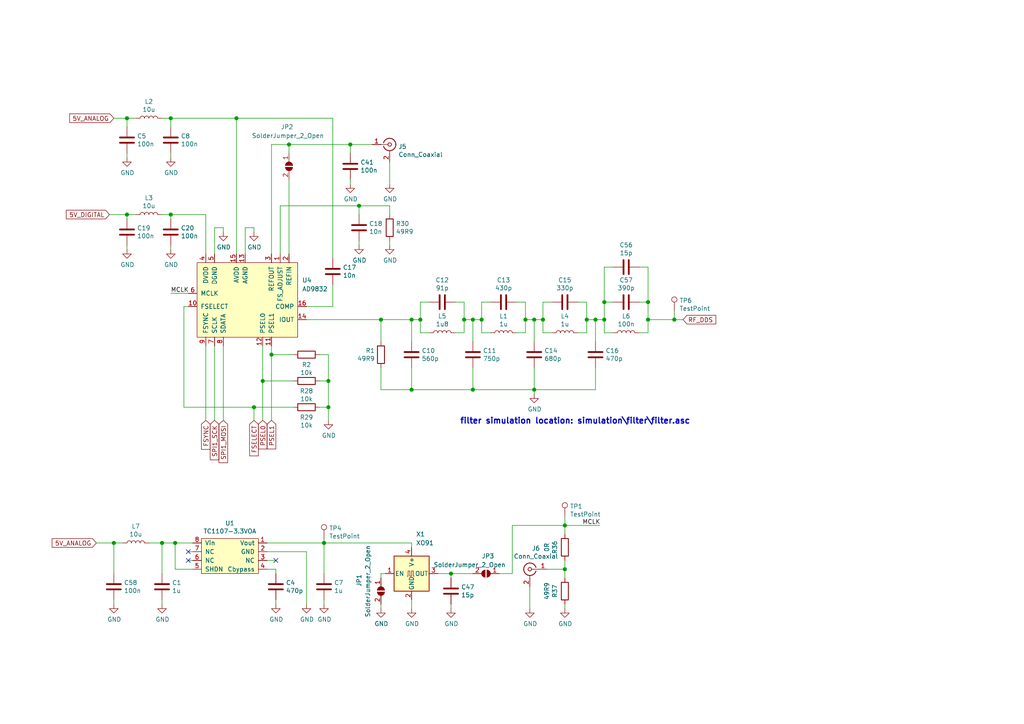
<source format=kicad_sch>
(kicad_sch (version 20210621) (generator eeschema)
  (paper "A4")
  (lib_symbols
    (symbol "Connector:Conn_Coaxial" (pin_names (offset 1.016) hide)
      (property "Reference" "J" (at 0.254 3.048 0))
      (property "Value" "Conn_Coaxial" (at 2.921 0 90))
      (symbol "Conn_Coaxial_0_1"
        (arc (start -1.778 0.508) (end 1.778 0) (radius (at -0.0508 0) (length 1.8034) (angles 163.6 0)) (stroke (width 0.254)))
        (arc (start 1.778 0) (end -1.778 -0.508) (radius (at -0.0254 0) (length 1.8034) (angles 0 -163.8)) (stroke (width 0.254)))
        (circle (center 0 0) (radius 0.508) (stroke (width 0.2032)))
        (polyline (pts (xy -2.54 0) (xy -0.508 0)))
        (polyline (pts (xy 0 -2.54) (xy 0 -1.778)))
      )
      (symbol "Conn_Coaxial_1_1"
        (pin passive line (at -5.08 0 0) (length 2.54) (name "In") (number "1"))
        (pin passive line (at 0 -5.08 90) (length 2.54) (name "Ext") (number "2"))
      )
    )
    (symbol "Connector:TestPoint" (pin_numbers hide) (pin_names (offset 0.762) hide)
      (property "Reference" "TP" (at 0 6.858 0))
      (property "Value" "TestPoint" (at 0 5.08 0))
      (symbol "TestPoint_0_1"
        (circle (center 0 3.302) (radius 0.762))
      )
      (symbol "TestPoint_1_1"
        (pin passive line (at 0 0 90) (length 2.54) (name "1") (number "1"))
      )
    )
    (symbol "Device:C" (pin_numbers hide) (pin_names (offset 0.254))
      (property "Reference" "C" (at 0.635 2.54 0))
      (property "Value" "C" (at 0.635 -2.54 0))
      (symbol "C_0_1"
        (polyline (pts (xy -2.032 -0.762) (xy 2.032 -0.762)) (stroke (width 0.508)))
        (polyline (pts (xy -2.032 0.762) (xy 2.032 0.762)) (stroke (width 0.508)))
      )
      (symbol "C_1_1"
        (pin passive line (at 0 3.81 270) (length 2.794) (name "~") (number "1"))
        (pin passive line (at 0 -3.81 90) (length 2.794) (name "~") (number "2"))
      )
    )
    (symbol "Device:L" (pin_numbers hide) (pin_names (offset 1.016) hide)
      (property "Reference" "L" (at -1.27 0 90))
      (property "Value" "L" (at 1.905 0 90))
      (symbol "L_0_1"
        (arc (start 0 -2.54) (end 0 -1.27) (radius (at 0 -1.905) (length 0.635) (angles -89.9 89.9)))
        (arc (start 0 -1.27) (end 0 0) (radius (at 0 -0.635) (length 0.635) (angles -89.9 89.9)))
        (arc (start 0 0) (end 0 1.27) (radius (at 0 0.635) (length 0.635) (angles -89.9 89.9)))
        (arc (start 0 1.27) (end 0 2.54) (radius (at 0 1.905) (length 0.635) (angles -89.9 89.9)))
      )
      (symbol "L_1_1"
        (pin passive line (at 0 3.81 270) (length 1.27) (name "1") (number "1"))
        (pin passive line (at 0 -3.81 90) (length 1.27) (name "2") (number "2"))
      )
    )
    (symbol "Device:R" (pin_numbers hide) (pin_names (offset 0))
      (property "Reference" "R" (at 2.032 0 90))
      (property "Value" "R" (at 0 0 90))
      (symbol "R_0_1"
        (rectangle (start -1.016 -2.54) (end 1.016 2.54) (stroke (width 0.254)))
      )
      (symbol "R_1_1"
        (pin passive line (at 0 3.81 270) (length 1.27) (name "~") (number "1"))
        (pin passive line (at 0 -3.81 90) (length 1.27) (name "~") (number "2"))
      )
    )
    (symbol "Jumper:SolderJumper_2_Open" (pin_names (offset 0) hide)
      (property "Reference" "JP" (at 0 2.032 0))
      (property "Value" "SolderJumper_2_Open" (at 0 -2.54 0))
      (symbol "SolderJumper_2_Open_0_1"
        (arc (start -0.254 1.016) (end -0.254 -1.016) (radius (at -0.254 0) (length 1.016) (angles 90.1 -90.1)))
        (arc (start 0.254 -1.016) (end 0.254 1.016) (radius (at 0.254 0) (length 1.016) (angles -89.9 89.9)))
        (arc (start -0.254 1.016) (end -0.254 -1.016) (radius (at -0.254 0) (length 1.016) (angles 90.1 -90.1)) (fill (type outline)))
        (arc (start 0.254 -1.016) (end 0.254 1.016) (radius (at 0.254 0) (length 1.016) (angles -89.9 89.9)) (fill (type outline)))
        (polyline (pts (xy -0.254 1.016) (xy -0.254 -1.016)))
        (polyline (pts (xy 0.254 1.016) (xy 0.254 -1.016)))
      )
      (symbol "SolderJumper_2_Open_1_1"
        (pin passive line (at -3.81 0 0) (length 2.54) (name "A") (number "1"))
        (pin passive line (at 3.81 0 180) (length 2.54) (name "B") (number "2"))
      )
    )
    (symbol "NumericallyControlledOscillator:AD9832" (pin_names (offset 1.016))
      (property "Reference" "U" (at 0 1.27 0))
      (property "Value" "AD9832" (at 0 0 0))
      (symbol "AD9832_0_1"
        (rectangle (start -16.51 -10.16) (end 12.7 -31.75) (fill (type background)))
      )
      (symbol "AD9832_1_1"
        (pin input line (at 7.62 -7.62 270) (length 2.54) (name "FS_ADJUST") (number "1"))
        (pin input line (at -19.05 -22.86 0) (length 2.54) (name "FSELECT") (number "10"))
        (pin input line (at 5.08 -34.29 90) (length 2.54) (name "PSEL1") (number "11"))
        (pin input line (at 2.54 -34.29 90) (length 2.54) (name "PSEL0") (number "12"))
        (pin input line (at -2.54 -7.62 270) (length 2.54) (name "AGND") (number "13"))
        (pin input line (at 15.24 -26.67 180) (length 2.54) (name "IOUT") (number "14"))
        (pin input line (at -5.08 -7.62 270) (length 2.54) (name "AVDD") (number "15"))
        (pin input line (at 15.24 -22.86 180) (length 2.54) (name "COMP") (number "16"))
        (pin input line (at 10.16 -7.62 270) (length 2.54) (name "REFIN") (number "2"))
        (pin input line (at 5.08 -7.62 270) (length 2.54) (name "REFOUT") (number "3"))
        (pin input line (at -13.97 -7.62 270) (length 2.54) (name "DVDD") (number "4"))
        (pin input line (at -11.43 -7.62 270) (length 2.54) (name "DGND") (number "5"))
        (pin input line (at -19.05 -19.05 0) (length 2.54) (name "MCLK") (number "6"))
        (pin input line (at -11.43 -34.29 90) (length 2.54) (name "SCLK") (number "7"))
        (pin input line (at -8.89 -34.29 90) (length 2.54) (name "SDATA") (number "8"))
        (pin input line (at -13.97 -34.29 90) (length 2.54) (name "FSYNC") (number "9"))
      )
    )
    (symbol "NumericallyControlledOscillator:TC1107-3.3VOA" (pin_names (offset 1.016))
      (property "Reference" "U" (at 0 1.27 0))
      (property "Value" "TC1107-3.3VOA" (at 0 0 0))
      (symbol "TC1107-3.3VOA_0_1"
        (rectangle (start -8.89 -1.27) (end 7.62 -11.43) (fill (type background)))
      )
      (symbol "TC1107-3.3VOA_1_1"
        (pin power_out line (at 10.16 -2.54 180) (length 2.54) (name "Vout") (number "1"))
        (pin input line (at 10.16 -5.08 180) (length 2.54) (name "GND") (number "2"))
        (pin input line (at 10.16 -7.62 180) (length 2.54) (name "NC") (number "3"))
        (pin input line (at 10.16 -10.16 180) (length 2.54) (name "Cbypass") (number "4"))
        (pin input line (at -11.43 -10.16 0) (length 2.54) (name "SHDN") (number "5"))
        (pin input line (at -11.43 -7.62 0) (length 2.54) (name "NC") (number "6"))
        (pin input line (at -11.43 -5.08 0) (length 2.54) (name "NC") (number "7"))
        (pin input line (at -11.43 -2.54 0) (length 2.54) (name "Vin") (number "8"))
      )
    )
    (symbol "Oscillator:XO91" (pin_names (offset 0.254))
      (property "Reference" "X" (at -5.08 6.35 0))
      (property "Value" "XO91" (at 1.27 -6.35 0))
      (symbol "XO91_0_1"
        (rectangle (start -5.08 5.08) (end 5.08 -5.08) (stroke (width 0.254)) (fill (type background)))
        (polyline (pts (xy 0.762 -0.762) (xy 0.508 -0.762) (xy 0.508 0.762) (xy 0 0.762) (xy 0 -0.762) (xy -0.508 -0.762) (xy -0.508 0.762) (xy -1.016 0.762) (xy -1.016 -0.762) (xy -1.27 -0.762)))
      )
      (symbol "XO91_1_1"
        (pin input line (at -7.62 0 0) (length 2.54) (name "EN") (number "1"))
        (pin power_in line (at 0 -7.62 90) (length 2.54) (name "GND") (number "2"))
        (pin output line (at 7.62 0 180) (length 2.54) (name "OUT") (number "3"))
        (pin power_in line (at 0 7.62 270) (length 2.54) (name "V+") (number "4"))
      )
    )
    (symbol "power:GND" (power) (pin_names (offset 0))
      (property "Value" "GND" (at 0 -3.81 0))
      (symbol "GND_0_1"
        (polyline (pts (xy 0 0) (xy 0 -1.27) (xy 1.27 -1.27) (xy 0 -2.54) (xy -1.27 -1.27) (xy 0 -1.27)))
      )
      (symbol "GND_1_1"
        (pin power_in line (at 0 0 270) (length 0) hide (name "GND") (number "1"))
      )
    )
  )
  (junction (at 33.02 157.48) (diameter 1.016))
  (junction (at 36.83 34.29) (diameter 1.016))
  (junction (at 36.83 62.23) (diameter 1.016))
  (junction (at 46.99 157.48) (diameter 1.016))
  (junction (at 49.53 34.29) (diameter 1.016))
  (junction (at 49.53 62.23) (diameter 1.016))
  (junction (at 50.8 157.48) (diameter 1.016))
  (junction (at 68.58 34.29) (diameter 1.016))
  (junction (at 73.66 118.11) (diameter 1.016))
  (junction (at 76.2 110.49) (diameter 1.016))
  (junction (at 78.74 102.87) (diameter 1.016))
  (junction (at 83.82 41.91) (diameter 1.016))
  (junction (at 93.98 157.48) (diameter 1.016))
  (junction (at 95.25 110.49) (diameter 1.016))
  (junction (at 95.25 118.11) (diameter 1.016))
  (junction (at 101.6 41.91) (diameter 1.016))
  (junction (at 104.14 59.69) (diameter 1.016))
  (junction (at 110.49 92.71) (diameter 1.016))
  (junction (at 119.38 92.71) (diameter 1.016))
  (junction (at 119.38 113.03) (diameter 1.016))
  (junction (at 121.92 92.71) (diameter 1.016))
  (junction (at 130.81 166.37) (diameter 1.016))
  (junction (at 134.62 92.71) (diameter 1.016))
  (junction (at 137.16 92.71) (diameter 1.016))
  (junction (at 137.16 113.03) (diameter 1.016))
  (junction (at 139.7 92.71) (diameter 1.016))
  (junction (at 152.4 92.71) (diameter 1.016))
  (junction (at 154.94 92.71) (diameter 1.016))
  (junction (at 154.94 113.03) (diameter 1.016))
  (junction (at 157.48 92.71) (diameter 1.016))
  (junction (at 163.83 152.4) (diameter 1.016))
  (junction (at 163.83 165.1) (diameter 1.016))
  (junction (at 170.18 92.71) (diameter 1.016))
  (junction (at 172.72 92.71) (diameter 1.016))
  (junction (at 175.26 87.63) (diameter 1.016))
  (junction (at 175.26 92.71) (diameter 1.016))
  (junction (at 187.96 87.63) (diameter 1.016))
  (junction (at 187.96 92.71) (diameter 1.016))
  (junction (at 195.58 92.71) (diameter 1.016))
  (no_connect (at 54.61 160.02))
  (no_connect (at 54.61 162.56))
  (no_connect (at 80.01 162.56))
  (wire (pts (xy 27.94 157.48) (xy 33.02 157.48)))
  (wire (pts (xy 31.75 62.23) (xy 36.83 62.23)))
  (wire (pts (xy 33.02 34.29) (xy 36.83 34.29)))
  (wire (pts (xy 33.02 157.48) (xy 35.56 157.48)))
  (wire (pts (xy 33.02 166.37) (xy 33.02 157.48)))
  (wire (pts (xy 33.02 175.26) (xy 33.02 173.99)))
  (wire (pts (xy 36.83 34.29) (xy 39.37 34.29)))
  (wire (pts (xy 36.83 36.83) (xy 36.83 34.29)))
  (wire (pts (xy 36.83 45.72) (xy 36.83 44.45)))
  (wire (pts (xy 36.83 62.23) (xy 39.37 62.23)))
  (wire (pts (xy 36.83 63.5) (xy 36.83 62.23)))
  (wire (pts (xy 36.83 72.39) (xy 36.83 71.12)))
  (wire (pts (xy 46.99 157.48) (xy 43.18 157.48)))
  (wire (pts (xy 46.99 157.48) (xy 46.99 166.37)))
  (wire (pts (xy 46.99 175.26) (xy 46.99 173.99)))
  (wire (pts (xy 49.53 34.29) (xy 46.99 34.29)))
  (wire (pts (xy 49.53 34.29) (xy 68.58 34.29)))
  (wire (pts (xy 49.53 36.83) (xy 49.53 34.29)))
  (wire (pts (xy 49.53 45.72) (xy 49.53 44.45)))
  (wire (pts (xy 49.53 62.23) (xy 46.99 62.23)))
  (wire (pts (xy 49.53 62.23) (xy 49.53 63.5)))
  (wire (pts (xy 49.53 72.39) (xy 49.53 71.12)))
  (wire (pts (xy 50.8 157.48) (xy 46.99 157.48)))
  (wire (pts (xy 50.8 157.48) (xy 55.88 157.48)))
  (wire (pts (xy 50.8 165.1) (xy 50.8 157.48)))
  (wire (pts (xy 53.34 88.9) (xy 53.34 118.11)))
  (wire (pts (xy 54.61 85.09) (xy 49.53 85.09)))
  (wire (pts (xy 54.61 88.9) (xy 53.34 88.9)))
  (wire (pts (xy 55.88 160.02) (xy 54.61 160.02)))
  (wire (pts (xy 55.88 162.56) (xy 54.61 162.56)))
  (wire (pts (xy 55.88 165.1) (xy 50.8 165.1)))
  (wire (pts (xy 59.69 62.23) (xy 49.53 62.23)))
  (wire (pts (xy 59.69 62.23) (xy 59.69 73.66)))
  (wire (pts (xy 59.69 100.33) (xy 59.69 121.92)))
  (wire (pts (xy 62.23 66.04) (xy 64.77 66.04)))
  (wire (pts (xy 62.23 73.66) (xy 62.23 66.04)))
  (wire (pts (xy 62.23 100.33) (xy 62.23 121.92)))
  (wire (pts (xy 64.77 66.04) (xy 64.77 67.31)))
  (wire (pts (xy 64.77 100.33) (xy 64.77 121.92)))
  (wire (pts (xy 68.58 34.29) (xy 96.52 34.29)))
  (wire (pts (xy 68.58 73.66) (xy 68.58 34.29)))
  (wire (pts (xy 71.12 66.04) (xy 73.66 66.04)))
  (wire (pts (xy 71.12 73.66) (xy 71.12 66.04)))
  (wire (pts (xy 73.66 66.04) (xy 73.66 67.31)))
  (wire (pts (xy 73.66 118.11) (xy 53.34 118.11)))
  (wire (pts (xy 73.66 118.11) (xy 73.66 121.92)))
  (wire (pts (xy 76.2 100.33) (xy 76.2 110.49)))
  (wire (pts (xy 76.2 110.49) (xy 76.2 121.92)))
  (wire (pts (xy 77.47 157.48) (xy 93.98 157.48)))
  (wire (pts (xy 77.47 162.56) (xy 80.01 162.56)))
  (wire (pts (xy 77.47 165.1) (xy 80.01 165.1)))
  (wire (pts (xy 78.74 41.91) (xy 83.82 41.91)))
  (wire (pts (xy 78.74 73.66) (xy 78.74 41.91)))
  (wire (pts (xy 78.74 100.33) (xy 78.74 102.87)))
  (wire (pts (xy 78.74 102.87) (xy 78.74 121.92)))
  (wire (pts (xy 80.01 165.1) (xy 80.01 166.37)))
  (wire (pts (xy 80.01 175.26) (xy 80.01 173.99)))
  (wire (pts (xy 81.28 59.69) (xy 81.28 73.66)))
  (wire (pts (xy 83.82 41.91) (xy 101.6 41.91)))
  (wire (pts (xy 83.82 44.45) (xy 83.82 41.91)))
  (wire (pts (xy 83.82 52.07) (xy 83.82 73.66)))
  (wire (pts (xy 85.09 102.87) (xy 78.74 102.87)))
  (wire (pts (xy 85.09 110.49) (xy 76.2 110.49)))
  (wire (pts (xy 85.09 118.11) (xy 73.66 118.11)))
  (wire (pts (xy 88.9 88.9) (xy 96.52 88.9)))
  (wire (pts (xy 88.9 92.71) (xy 110.49 92.71)))
  (wire (pts (xy 88.9 160.02) (xy 77.47 160.02)))
  (wire (pts (xy 88.9 175.26) (xy 88.9 160.02)))
  (wire (pts (xy 92.71 110.49) (xy 95.25 110.49)))
  (wire (pts (xy 92.71 118.11) (xy 95.25 118.11)))
  (wire (pts (xy 93.98 157.48) (xy 93.98 156.21)))
  (wire (pts (xy 93.98 157.48) (xy 93.98 166.37)))
  (wire (pts (xy 93.98 157.48) (xy 119.38 157.48)))
  (wire (pts (xy 93.98 175.26) (xy 93.98 173.99)))
  (wire (pts (xy 95.25 102.87) (xy 92.71 102.87)))
  (wire (pts (xy 95.25 110.49) (xy 95.25 102.87)))
  (wire (pts (xy 95.25 118.11) (xy 95.25 110.49)))
  (wire (pts (xy 95.25 121.92) (xy 95.25 118.11)))
  (wire (pts (xy 96.52 74.93) (xy 96.52 34.29)))
  (wire (pts (xy 96.52 88.9) (xy 96.52 82.55)))
  (wire (pts (xy 101.6 41.91) (xy 107.95 41.91)))
  (wire (pts (xy 101.6 44.45) (xy 101.6 41.91)))
  (wire (pts (xy 101.6 53.34) (xy 101.6 52.07)))
  (wire (pts (xy 104.14 59.69) (xy 81.28 59.69)))
  (wire (pts (xy 104.14 59.69) (xy 104.14 62.23)))
  (wire (pts (xy 104.14 71.12) (xy 104.14 69.85)))
  (wire (pts (xy 110.49 99.06) (xy 110.49 92.71)))
  (wire (pts (xy 110.49 113.03) (xy 110.49 106.68)))
  (wire (pts (xy 110.49 166.37) (xy 110.49 167.64)))
  (wire (pts (xy 110.49 176.53) (xy 110.49 175.26)))
  (wire (pts (xy 111.76 166.37) (xy 110.49 166.37)))
  (wire (pts (xy 113.03 53.34) (xy 113.03 46.99)))
  (wire (pts (xy 113.03 59.69) (xy 104.14 59.69)))
  (wire (pts (xy 113.03 62.23) (xy 113.03 59.69)))
  (wire (pts (xy 113.03 71.12) (xy 113.03 69.85)))
  (wire (pts (xy 119.38 92.71) (xy 110.49 92.71)))
  (wire (pts (xy 119.38 92.71) (xy 119.38 99.06)))
  (wire (pts (xy 119.38 92.71) (xy 121.92 92.71)))
  (wire (pts (xy 119.38 106.68) (xy 119.38 113.03)))
  (wire (pts (xy 119.38 113.03) (xy 110.49 113.03)))
  (wire (pts (xy 119.38 113.03) (xy 137.16 113.03)))
  (wire (pts (xy 119.38 157.48) (xy 119.38 158.75)))
  (wire (pts (xy 119.38 173.99) (xy 119.38 176.53)))
  (wire (pts (xy 121.92 87.63) (xy 124.46 87.63)))
  (wire (pts (xy 121.92 92.71) (xy 121.92 87.63)))
  (wire (pts (xy 121.92 96.52) (xy 121.92 92.71)))
  (wire (pts (xy 124.46 96.52) (xy 121.92 96.52)))
  (wire (pts (xy 127 166.37) (xy 130.81 166.37)))
  (wire (pts (xy 130.81 166.37) (xy 130.81 167.64)))
  (wire (pts (xy 130.81 166.37) (xy 137.16 166.37)))
  (wire (pts (xy 130.81 176.53) (xy 130.81 175.26)))
  (wire (pts (xy 132.08 87.63) (xy 134.62 87.63)))
  (wire (pts (xy 134.62 87.63) (xy 134.62 92.71)))
  (wire (pts (xy 134.62 92.71) (xy 134.62 96.52)))
  (wire (pts (xy 134.62 92.71) (xy 137.16 92.71)))
  (wire (pts (xy 134.62 96.52) (xy 132.08 96.52)))
  (wire (pts (xy 137.16 92.71) (xy 137.16 99.06)))
  (wire (pts (xy 137.16 92.71) (xy 139.7 92.71)))
  (wire (pts (xy 137.16 113.03) (xy 137.16 106.68)))
  (wire (pts (xy 137.16 113.03) (xy 154.94 113.03)))
  (wire (pts (xy 139.7 87.63) (xy 142.24 87.63)))
  (wire (pts (xy 139.7 92.71) (xy 139.7 87.63)))
  (wire (pts (xy 139.7 96.52) (xy 139.7 92.71)))
  (wire (pts (xy 142.24 96.52) (xy 139.7 96.52)))
  (wire (pts (xy 144.78 166.37) (xy 148.59 166.37)))
  (wire (pts (xy 148.59 152.4) (xy 163.83 152.4)))
  (wire (pts (xy 148.59 166.37) (xy 148.59 152.4)))
  (wire (pts (xy 149.86 87.63) (xy 152.4 87.63)))
  (wire (pts (xy 152.4 87.63) (xy 152.4 92.71)))
  (wire (pts (xy 152.4 92.71) (xy 152.4 96.52)))
  (wire (pts (xy 152.4 92.71) (xy 154.94 92.71)))
  (wire (pts (xy 152.4 96.52) (xy 149.86 96.52)))
  (wire (pts (xy 153.67 176.53) (xy 153.67 170.18)))
  (wire (pts (xy 154.94 92.71) (xy 154.94 99.06)))
  (wire (pts (xy 154.94 92.71) (xy 157.48 92.71)))
  (wire (pts (xy 154.94 113.03) (xy 154.94 106.68)))
  (wire (pts (xy 154.94 113.03) (xy 172.72 113.03)))
  (wire (pts (xy 154.94 114.3) (xy 154.94 113.03)))
  (wire (pts (xy 157.48 87.63) (xy 160.02 87.63)))
  (wire (pts (xy 157.48 92.71) (xy 157.48 87.63)))
  (wire (pts (xy 157.48 96.52) (xy 157.48 92.71)))
  (wire (pts (xy 158.75 165.1) (xy 163.83 165.1)))
  (wire (pts (xy 160.02 96.52) (xy 157.48 96.52)))
  (wire (pts (xy 163.83 152.4) (xy 163.83 149.86)))
  (wire (pts (xy 163.83 152.4) (xy 163.83 154.94)))
  (wire (pts (xy 163.83 152.4) (xy 173.99 152.4)))
  (wire (pts (xy 163.83 165.1) (xy 163.83 162.56)))
  (wire (pts (xy 163.83 165.1) (xy 163.83 167.64)))
  (wire (pts (xy 163.83 176.53) (xy 163.83 175.26)))
  (wire (pts (xy 167.64 87.63) (xy 170.18 87.63)))
  (wire (pts (xy 170.18 87.63) (xy 170.18 92.71)))
  (wire (pts (xy 170.18 92.71) (xy 170.18 96.52)))
  (wire (pts (xy 170.18 92.71) (xy 172.72 92.71)))
  (wire (pts (xy 170.18 96.52) (xy 167.64 96.52)))
  (wire (pts (xy 172.72 92.71) (xy 172.72 99.06)))
  (wire (pts (xy 172.72 92.71) (xy 175.26 92.71)))
  (wire (pts (xy 172.72 113.03) (xy 172.72 106.68)))
  (wire (pts (xy 175.26 77.47) (xy 177.8 77.47)))
  (wire (pts (xy 175.26 87.63) (xy 175.26 77.47)))
  (wire (pts (xy 175.26 87.63) (xy 177.8 87.63)))
  (wire (pts (xy 175.26 92.71) (xy 175.26 87.63)))
  (wire (pts (xy 175.26 96.52) (xy 175.26 92.71)))
  (wire (pts (xy 177.8 96.52) (xy 175.26 96.52)))
  (wire (pts (xy 185.42 77.47) (xy 187.96 77.47)))
  (wire (pts (xy 185.42 87.63) (xy 187.96 87.63)))
  (wire (pts (xy 187.96 77.47) (xy 187.96 87.63)))
  (wire (pts (xy 187.96 87.63) (xy 187.96 92.71)))
  (wire (pts (xy 187.96 92.71) (xy 187.96 96.52)))
  (wire (pts (xy 187.96 92.71) (xy 195.58 92.71)))
  (wire (pts (xy 187.96 96.52) (xy 185.42 96.52)))
  (wire (pts (xy 195.58 92.71) (xy 195.58 90.17)))
  (wire (pts (xy 195.58 92.71) (xy 198.12 92.71)))
  (text "filter simulation location: simulation\\filter\\filter.asc" (at 133.35 123.19 0) (effects (font (size 1.6764 1.6764) (thickness 0.3353) bold) (justify left bottom)))
  (label "MCLK" (at 49.53 85.09 0))
  (label "MCLK" (at 168.91 152.4 0))
  (global_label "5V_ANALOG" (shape input) (at 27.94 157.48 180) (property "Intersheet References" "${INTERSHEET_REFS}" (effects hide)))
  (global_label "5V_DIGITAL" (shape input) (at 31.75 62.23 180) (property "Intersheet References" "${INTERSHEET_REFS}" (effects hide)))
  (global_label "5V_ANALOG" (shape input) (at 33.02 34.29 180) (property "Intersheet References" "${INTERSHEET_REFS}" (effects hide)))
  (global_label "FSYNC" (shape input) (at 59.69 121.92 270) (property "Intersheet References" "${INTERSHEET_REFS}" (effects hide)))
  (global_label "SPI1_SCK" (shape input) (at 62.23 121.92 270) (property "Intersheet References" "${INTERSHEET_REFS}" (effects hide)))
  (global_label "SPI1_MOSI" (shape input) (at 64.77 121.92 270) (property "Intersheet References" "${INTERSHEET_REFS}" (effects hide)))
  (global_label "FSELECT" (shape input) (at 73.66 121.92 270) (property "Intersheet References" "${INTERSHEET_REFS}" (effects hide)))
  (global_label "PSEL0" (shape input) (at 76.2 121.92 270) (property "Intersheet References" "${INTERSHEET_REFS}" (effects hide)))
  (global_label "PSEL1" (shape input) (at 78.74 121.92 270) (property "Intersheet References" "${INTERSHEET_REFS}" (effects hide)))
  (global_label "RF_DDS" (shape input) (at 198.12 92.71 0) (property "Intersheet References" "${INTERSHEET_REFS}" (effects hide)))
  (symbol (lib_id "Connector:TestPoint") (at 93.98 156.21 0)
    (property "Reference" "TP4" (at 95.4532 153.2128 0) (effects (justify left)))
    (property "Value" "TestPoint" (at 95.4532 155.5242 0) (effects (justify left)))
    (property "Footprint" "TestPoint:TestPoint_Pad_1.0x1.0mm" (effects hide))
  )
  (symbol (lib_id "Connector:TestPoint") (at 163.83 149.86 0)
    (property "Reference" "TP1" (at 165.3032 146.8628 0) (effects (justify left)))
    (property "Value" "TestPoint" (at 165.3032 149.1742 0) (effects (justify left)))
    (property "Footprint" "TestPoint:TestPoint_Pad_1.0x1.0mm" (effects hide))
  )
  (symbol (lib_id "Connector:TestPoint") (at 195.58 90.17 0)
    (property "Reference" "TP6" (at 197.0532 87.1728 0) (effects (justify left)))
    (property "Value" "TestPoint" (at 197.0532 89.4842 0) (effects (justify left)))
    (property "Footprint" "TestPoint:TestPoint_Pad_1.0x1.0mm" (effects hide))
  )
  (symbol (lib_id "power:GND") (at 33.02 175.26 0)
    (property "Reference" "#PWR077" (effects hide))
    (property "Value" "GND" (at 33.147 179.6542 0))
  )
  (symbol (lib_id "power:GND") (at 36.83 45.72 0)
    (property "Reference" "#PWR012" (effects hide))
    (property "Value" "GND" (at 36.957 50.1142 0))
  )
  (symbol (lib_id "power:GND") (at 36.83 72.39 0)
    (property "Reference" "#PWR0110" (effects hide))
    (property "Value" "GND" (at 36.957 76.7842 0))
  )
  (symbol (lib_id "power:GND") (at 46.99 175.26 0)
    (property "Reference" "#PWR05" (effects hide))
    (property "Value" "GND" (at 47.117 179.6542 0))
  )
  (symbol (lib_id "power:GND") (at 49.53 45.72 0)
    (property "Reference" "#PWR015" (effects hide))
    (property "Value" "GND" (at 49.657 50.1142 0))
  )
  (symbol (lib_id "power:GND") (at 49.53 72.39 0)
    (property "Reference" "#PWR0109" (effects hide))
    (property "Value" "GND" (at 49.657 76.7842 0))
  )
  (symbol (lib_id "power:GND") (at 64.77 67.31 0)
    (property "Reference" "#PWR017" (effects hide))
    (property "Value" "GND" (at 64.897 71.7042 0))
  )
  (symbol (lib_id "power:GND") (at 73.66 67.31 0)
    (property "Reference" "#PWR018" (effects hide))
    (property "Value" "GND" (at 73.787 71.7042 0))
  )
  (symbol (lib_id "power:GND") (at 80.01 175.26 0)
    (property "Reference" "#PWR08" (effects hide))
    (property "Value" "GND" (at 80.137 179.6542 0))
  )
  (symbol (lib_id "power:GND") (at 88.9 175.26 0)
    (property "Reference" "#PWR011" (effects hide))
    (property "Value" "GND" (at 89.027 179.6542 0))
  )
  (symbol (lib_id "power:GND") (at 93.98 175.26 0)
    (property "Reference" "#PWR014" (effects hide))
    (property "Value" "GND" (at 94.107 179.6542 0))
  )
  (symbol (lib_id "power:GND") (at 95.25 121.92 0)
    (property "Reference" "#PWR019" (effects hide))
    (property "Value" "GND" (at 95.377 126.3142 0))
  )
  (symbol (lib_id "power:GND") (at 101.6 53.34 0)
    (property "Reference" "#PWR054" (effects hide))
    (property "Value" "GND" (at 101.727 57.7342 0))
  )
  (symbol (lib_id "power:GND") (at 104.14 71.12 0)
    (property "Reference" "#PWR037" (effects hide))
    (property "Value" "GND" (at 104.267 75.5142 0))
  )
  (symbol (lib_id "power:GND") (at 110.49 176.53 0)
    (property "Reference" "#PWR0126" (effects hide))
    (property "Value" "GND" (at 110.617 180.9242 0))
  )
  (symbol (lib_id "power:GND") (at 113.03 53.34 0)
    (property "Reference" "#PWR060" (effects hide))
    (property "Value" "GND" (at 113.157 57.7342 0))
  )
  (symbol (lib_id "power:GND") (at 113.03 71.12 0)
    (property "Reference" "#PWR038" (effects hide))
    (property "Value" "GND" (at 113.157 75.5142 0))
  )
  (symbol (lib_id "power:GND") (at 119.38 176.53 0)
    (property "Reference" "#PWR0127" (effects hide))
    (property "Value" "GND" (at 119.507 180.9242 0))
  )
  (symbol (lib_id "power:GND") (at 130.81 176.53 0)
    (property "Reference" "#PWR0125" (effects hide))
    (property "Value" "GND" (at 130.937 180.9242 0))
  )
  (symbol (lib_id "power:GND") (at 153.67 176.53 0)
    (property "Reference" "#PWR061" (effects hide))
    (property "Value" "GND" (at 153.797 180.9242 0))
  )
  (symbol (lib_id "power:GND") (at 154.94 114.3 0)
    (property "Reference" "#PWR033" (effects hide))
    (property "Value" "GND" (at 155.067 118.6942 0))
  )
  (symbol (lib_id "power:GND") (at 163.83 176.53 0)
    (property "Reference" "#PWR062" (effects hide))
    (property "Value" "GND" (at 163.957 180.9242 0))
  )
  (symbol (lib_id "Device:L") (at 39.37 157.48 90)
    (property "Reference" "L7" (at 39.37 152.654 90))
    (property "Value" "10u" (at 39.37 154.9654 90))
    (property "Footprint" "Inductor_SMD:L_0805_2012Metric" (effects hide))
  )
  (symbol (lib_id "Device:L") (at 43.18 34.29 90)
    (property "Reference" "L2" (at 43.18 29.464 90))
    (property "Value" "10u" (at 43.18 31.7754 90))
    (property "Footprint" "Inductor_SMD:L_0805_2012Metric" (effects hide))
  )
  (symbol (lib_id "Device:L") (at 43.18 62.23 90)
    (property "Reference" "L3" (at 43.18 57.404 90))
    (property "Value" "10u" (at 43.18 59.7154 90))
    (property "Footprint" "Inductor_SMD:L_0805_2012Metric" (effects hide))
  )
  (symbol (lib_id "Device:L") (at 128.27 96.52 90)
    (property "Reference" "L5" (at 128.27 91.694 90))
    (property "Value" "1u8" (at 128.27 94.0054 90))
    (property "Footprint" "Inductor_SMD:L_0805_2012Metric" (effects hide))
  )
  (symbol (lib_id "Device:L") (at 146.05 96.52 90)
    (property "Reference" "L1" (at 146.05 91.694 90))
    (property "Value" "1u" (at 146.05 94.0054 90))
    (property "Footprint" "Inductor_SMD:L_0805_2012Metric" (effects hide))
  )
  (symbol (lib_id "Device:L") (at 163.83 96.52 90)
    (property "Reference" "L4" (at 163.83 91.694 90))
    (property "Value" "1u" (at 163.83 94.0054 90))
    (property "Footprint" "Inductor_SMD:L_0805_2012Metric" (effects hide))
  )
  (symbol (lib_id "Device:L") (at 181.61 96.52 90)
    (property "Reference" "L6" (at 181.61 91.694 90))
    (property "Value" "100n" (at 181.61 94.0054 90))
    (property "Footprint" "Inductor_SMD:L_0805_2012Metric" (effects hide))
  )
  (symbol (lib_id "Jumper:SolderJumper_2_Open") (at 83.82 48.26 270) (unit 1)
    (property "Reference" "JP2" (at 85.09 36.83 90) (effects (justify right)))
    (property "Value" "SolderJumper_2_Open" (at 93.98 39.37 90) (effects (justify right)))
    (property "Footprint" "Jumper:SolderJumper-2_P1.3mm_Open_RoundedPad1.0x1.5mm" (effects hide))
  )
  (symbol (lib_id "Jumper:SolderJumper_2_Open") (at 110.49 171.45 270) (unit 1)
    (property "Reference" "JP1" (at 104.14 170.18 0) (effects (justify right)))
    (property "Value" "SolderJumper_2_Open" (at 106.68 179.07 0) (effects (justify right)))
    (property "Footprint" "Jumper:SolderJumper-2_P1.3mm_Open_RoundedPad1.0x1.5mm" (effects hide))
  )
  (symbol (lib_id "Jumper:SolderJumper_2_Open") (at 140.97 166.37 180) (unit 1)
    (property "Reference" "JP3" (at 139.7 161.29 0) (effects (justify right)))
    (property "Value" "SolderJumper_2_Open" (at 125.73 163.83 0) (effects (justify right)))
    (property "Footprint" "Jumper:SolderJumper-2_P1.3mm_Open_RoundedPad1.0x1.5mm" (effects hide))
  )
  (symbol (lib_id "Device:R") (at 88.9 102.87 270)
    (property "Reference" "R2" (at 88.9 105.791 90))
    (property "Value" "10k" (at 88.9 108.1024 90))
    (property "Footprint" "Resistor_SMD:R_0402_1005Metric" (effects hide))
  )
  (symbol (lib_id "Device:R") (at 88.9 110.49 270)
    (property "Reference" "R28" (at 88.9 113.411 90))
    (property "Value" "10k" (at 88.9 115.7224 90))
    (property "Footprint" "Resistor_SMD:R_0402_1005Metric" (effects hide))
  )
  (symbol (lib_id "Device:R") (at 88.9 118.11 270)
    (property "Reference" "R29" (at 88.9 121.031 90))
    (property "Value" "10k" (at 88.9 123.3424 90))
    (property "Footprint" "Resistor_SMD:R_0402_1005Metric" (effects hide))
  )
  (symbol (lib_id "Device:R") (at 110.49 102.87 0)
    (property "Reference" "R1" (at 108.7374 101.7016 0) (effects (justify right)))
    (property "Value" "49R9" (at 108.7374 104.013 0) (effects (justify right)))
    (property "Footprint" "Resistor_SMD:R_0402_1005Metric" (effects hide))
  )
  (symbol (lib_id "Device:R") (at 113.03 66.04 0)
    (property "Reference" "R30" (at 114.808 64.8716 0) (effects (justify left)))
    (property "Value" "49R9" (at 114.808 67.183 0) (effects (justify left)))
    (property "Footprint" "Resistor_SMD:R_0402_1005Metric" (effects hide))
  )
  (symbol (lib_id "Device:R") (at 163.83 158.75 180)
    (property "Reference" "R36" (at 160.909 158.75 90))
    (property "Value" "0R" (at 158.5976 158.75 90))
    (property "Footprint" "Resistor_SMD:R_0402_1005Metric" (effects hide))
  )
  (symbol (lib_id "Device:R") (at 163.83 171.45 180)
    (property "Reference" "R37" (at 160.909 171.45 90))
    (property "Value" "49R9" (at 158.5976 171.45 90))
    (property "Footprint" "Resistor_SMD:R_0402_1005Metric" (effects hide))
  )
  (symbol (lib_id "Device:C") (at 33.02 170.18 0)
    (property "Reference" "C58" (at 35.941 169.0116 0) (effects (justify left)))
    (property "Value" "100n" (at 35.941 171.323 0) (effects (justify left)))
    (property "Footprint" "Capacitor_SMD:C_0402_1005Metric" (effects hide))
  )
  (symbol (lib_id "Device:C") (at 36.83 40.64 0)
    (property "Reference" "C5" (at 39.751 39.4716 0) (effects (justify left)))
    (property "Value" "100n" (at 39.751 41.783 0) (effects (justify left)))
    (property "Footprint" "Capacitor_SMD:C_0402_1005Metric" (effects hide))
  )
  (symbol (lib_id "Device:C") (at 36.83 67.31 0)
    (property "Reference" "C19" (at 39.751 66.1416 0) (effects (justify left)))
    (property "Value" "100n" (at 39.751 68.453 0) (effects (justify left)))
    (property "Footprint" "Capacitor_SMD:C_0402_1005Metric" (effects hide))
  )
  (symbol (lib_id "Device:C") (at 46.99 170.18 180)
    (property "Reference" "C1" (at 49.911 169.0116 0) (effects (justify right)))
    (property "Value" "1u" (at 49.911 171.323 0) (effects (justify right)))
    (property "Footprint" "Capacitor_SMD:C_0402_1005Metric" (effects hide))
  )
  (symbol (lib_id "Device:C") (at 49.53 40.64 0)
    (property "Reference" "C8" (at 52.451 39.4716 0) (effects (justify left)))
    (property "Value" "100n" (at 52.451 41.783 0) (effects (justify left)))
    (property "Footprint" "Capacitor_SMD:C_0402_1005Metric" (effects hide))
  )
  (symbol (lib_id "Device:C") (at 49.53 67.31 0)
    (property "Reference" "C20" (at 52.451 66.1416 0) (effects (justify left)))
    (property "Value" "100n" (at 52.451 68.453 0) (effects (justify left)))
    (property "Footprint" "Capacitor_SMD:C_0402_1005Metric" (effects hide))
  )
  (symbol (lib_id "Device:C") (at 80.01 170.18 180)
    (property "Reference" "C4" (at 82.931 169.0116 0) (effects (justify right)))
    (property "Value" "470p" (at 82.931 171.323 0) (effects (justify right)))
    (property "Footprint" "Capacitor_SMD:C_0402_1005Metric" (effects hide))
  )
  (symbol (lib_id "Device:C") (at 93.98 170.18 180)
    (property "Reference" "C7" (at 96.901 169.0116 0) (effects (justify right)))
    (property "Value" "1u" (at 96.901 171.323 0) (effects (justify right)))
    (property "Footprint" "Capacitor_SMD:C_0402_1005Metric" (effects hide))
  )
  (symbol (lib_id "Device:C") (at 96.52 78.74 0)
    (property "Reference" "C17" (at 99.441 77.5716 0) (effects (justify left)))
    (property "Value" "10n" (at 99.441 79.883 0) (effects (justify left)))
    (property "Footprint" "Capacitor_SMD:C_0402_1005Metric" (effects hide))
  )
  (symbol (lib_id "Device:C") (at 101.6 48.26 0)
    (property "Reference" "C41" (at 104.521 47.0916 0) (effects (justify left)))
    (property "Value" "100n" (at 104.521 49.403 0) (effects (justify left)))
    (property "Footprint" "Capacitor_SMD:C_0402_1005Metric" (effects hide))
  )
  (symbol (lib_id "Device:C") (at 104.14 66.04 0)
    (property "Reference" "C18" (at 107.061 64.8716 0) (effects (justify left)))
    (property "Value" "10n" (at 107.061 67.183 0) (effects (justify left)))
    (property "Footprint" "Capacitor_SMD:C_0402_1005Metric" (effects hide))
  )
  (symbol (lib_id "Device:C") (at 119.38 102.87 180)
    (property "Reference" "C10" (at 122.301 101.7016 0) (effects (justify right)))
    (property "Value" "560p" (at 122.301 104.013 0) (effects (justify right)))
    (property "Footprint" "Capacitor_SMD:C_0603_1608Metric" (effects hide))
  )
  (symbol (lib_id "Device:C") (at 128.27 87.63 90)
    (property "Reference" "C12" (at 128.27 81.2292 90))
    (property "Value" "91p" (at 128.27 83.5406 90))
    (property "Footprint" "Capacitor_SMD:C_0603_1608Metric" (effects hide))
  )
  (symbol (lib_id "Device:C") (at 130.81 171.45 180)
    (property "Reference" "C47" (at 133.731 170.2816 0) (effects (justify right)))
    (property "Value" "15p" (at 133.731 172.593 0) (effects (justify right)))
    (property "Footprint" "Capacitor_SMD:C_0402_1005Metric" (effects hide))
  )
  (symbol (lib_id "Device:C") (at 137.16 102.87 180)
    (property "Reference" "C11" (at 140.081 101.7016 0) (effects (justify right)))
    (property "Value" "750p" (at 140.081 104.013 0) (effects (justify right)))
    (property "Footprint" "Capacitor_SMD:C_0603_1608Metric" (effects hide))
  )
  (symbol (lib_id "Device:C") (at 146.05 87.63 90)
    (property "Reference" "C13" (at 146.05 81.2292 90))
    (property "Value" "430p" (at 146.05 83.5406 90))
    (property "Footprint" "Capacitor_SMD:C_0603_1608Metric" (effects hide))
  )
  (symbol (lib_id "Device:C") (at 154.94 102.87 180)
    (property "Reference" "C14" (at 157.861 101.7016 0) (effects (justify right)))
    (property "Value" "680p" (at 157.861 104.013 0) (effects (justify right)))
    (property "Footprint" "Capacitor_SMD:C_0603_1608Metric" (effects hide))
  )
  (symbol (lib_id "Device:C") (at 163.83 87.63 90)
    (property "Reference" "C15" (at 163.83 81.2292 90))
    (property "Value" "330p" (at 163.83 83.5406 90))
    (property "Footprint" "Capacitor_SMD:C_0603_1608Metric" (effects hide))
  )
  (symbol (lib_id "Device:C") (at 172.72 102.87 180)
    (property "Reference" "C16" (at 175.641 101.7016 0) (effects (justify right)))
    (property "Value" "470p" (at 175.641 104.013 0) (effects (justify right)))
    (property "Footprint" "Capacitor_SMD:C_0603_1608Metric" (effects hide))
  )
  (symbol (lib_id "Device:C") (at 181.61 77.47 90)
    (property "Reference" "C56" (at 181.61 71.0692 90))
    (property "Value" "15p" (at 181.61 73.3806 90))
    (property "Footprint" "Capacitor_SMD:C_0402_1005Metric" (effects hide))
  )
  (symbol (lib_id "Device:C") (at 181.61 87.63 90)
    (property "Reference" "C57" (at 181.61 81.2292 90))
    (property "Value" "390p" (at 181.61 83.5406 90))
    (property "Footprint" "Capacitor_SMD:C_0603_1608Metric" (effects hide))
  )
  (symbol (lib_id "Connector:Conn_Coaxial") (at 113.03 41.91 0) (unit 1)
    (property "Reference" "J5" (at 115.5446 42.5196 0) (effects (justify left)))
    (property "Value" "Conn_Coaxial" (at 115.5446 44.831 0) (effects (justify left)))
    (property "Footprint" "Connector_Coaxial:U.FL_Molex_MCRF_73412-0110_Vertical" (effects hide))
    (property "Datasheet" " ~" (effects hide))
  )
  (symbol (lib_id "Connector:Conn_Coaxial") (at 153.67 165.1 0) (mirror y) (unit 1)
    (property "Reference" "J6" (at 155.448 159.0548 0))
    (property "Value" "Conn_Coaxial" (at 155.448 161.3662 0))
    (property "Footprint" "Connector_Coaxial:U.FL_Molex_MCRF_73412-0110_Vertical" (effects hide))
    (property "Datasheet" " ~" (effects hide))
  )
  (symbol (lib_id "NumericallyControlledOscillator:TC1107-3.3VOA") (at 67.31 154.94 0) (unit 1)
    (property "Reference" "U1" (at 66.675 151.765 0))
    (property "Value" "TC1107-3.3VOA" (at 66.675 154.0764 0))
    (property "Footprint" "Package_SO:SOIC-8_3.9x4.9mm_P1.27mm" (effects hide))
  )
  (symbol (lib_id "Oscillator:XO91") (at 119.38 166.37 0) (unit 1)
    (property "Reference" "X1" (at 120.65 154.94 0) (effects (justify left)))
    (property "Value" "XO91" (at 120.65 157.48 0) (effects (justify left)))
    (property "Footprint" "DDSFunctionGenerator:LF_SPXO018035" (effects hide))
    (property "Datasheet" "http://cdn-reichelt.de/documents/datenblatt/B400/XO91.pdf" (effects hide))
  )
  (symbol (lib_id "NumericallyControlledOscillator:AD9832") (at 73.66 66.04 0) (unit 1)
    (property "Reference" "U4" (at 87.63 81.28 0) (effects (justify left)))
    (property "Value" "AD9832" (at 87.63 83.82 0) (effects (justify left)))
    (property "Footprint" "Package_SO:TSSOP-16_4.4x5mm_P0.65mm" (effects hide))
  )
)
</source>
